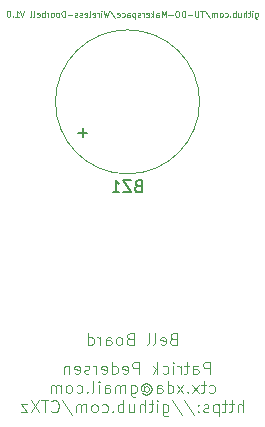
<source format=gbr>
G04 #@! TF.GenerationSoftware,KiCad,Pcbnew,5.1.5+dfsg1-2build2*
G04 #@! TF.CreationDate,2022-01-06T00:43:13+01:00*
G04 #@! TF.ProjectId,Bell,42656c6c-2e6b-4696-9361-645f70636258,V1.0*
G04 #@! TF.SameCoordinates,Original*
G04 #@! TF.FileFunction,Legend,Bot*
G04 #@! TF.FilePolarity,Positive*
%FSLAX46Y46*%
G04 Gerber Fmt 4.6, Leading zero omitted, Abs format (unit mm)*
G04 Created by KiCad (PCBNEW 5.1.5+dfsg1-2build2) date 2022-01-06 00:43:13*
%MOMM*%
%LPD*%
G04 APERTURE LIST*
%ADD10C,0.125000*%
%ADD11C,0.100000*%
%ADD12C,0.120000*%
%ADD13C,0.150000*%
G04 APERTURE END LIST*
D10*
X130838571Y-97528071D02*
X130695714Y-97575690D01*
X130648095Y-97623309D01*
X130600476Y-97718547D01*
X130600476Y-97861404D01*
X130648095Y-97956642D01*
X130695714Y-98004261D01*
X130790952Y-98051880D01*
X131171904Y-98051880D01*
X131171904Y-97051880D01*
X130838571Y-97051880D01*
X130743333Y-97099500D01*
X130695714Y-97147119D01*
X130648095Y-97242357D01*
X130648095Y-97337595D01*
X130695714Y-97432833D01*
X130743333Y-97480452D01*
X130838571Y-97528071D01*
X131171904Y-97528071D01*
X129790952Y-98004261D02*
X129886190Y-98051880D01*
X130076666Y-98051880D01*
X130171904Y-98004261D01*
X130219523Y-97909023D01*
X130219523Y-97528071D01*
X130171904Y-97432833D01*
X130076666Y-97385214D01*
X129886190Y-97385214D01*
X129790952Y-97432833D01*
X129743333Y-97528071D01*
X129743333Y-97623309D01*
X130219523Y-97718547D01*
X129171904Y-98051880D02*
X129267142Y-98004261D01*
X129314761Y-97909023D01*
X129314761Y-97051880D01*
X128648095Y-98051880D02*
X128743333Y-98004261D01*
X128790952Y-97909023D01*
X128790952Y-97051880D01*
X127171904Y-97528071D02*
X127029047Y-97575690D01*
X126981428Y-97623309D01*
X126933809Y-97718547D01*
X126933809Y-97861404D01*
X126981428Y-97956642D01*
X127029047Y-98004261D01*
X127124285Y-98051880D01*
X127505238Y-98051880D01*
X127505238Y-97051880D01*
X127171904Y-97051880D01*
X127076666Y-97099500D01*
X127029047Y-97147119D01*
X126981428Y-97242357D01*
X126981428Y-97337595D01*
X127029047Y-97432833D01*
X127076666Y-97480452D01*
X127171904Y-97528071D01*
X127505238Y-97528071D01*
X126362380Y-98051880D02*
X126457619Y-98004261D01*
X126505238Y-97956642D01*
X126552857Y-97861404D01*
X126552857Y-97575690D01*
X126505238Y-97480452D01*
X126457619Y-97432833D01*
X126362380Y-97385214D01*
X126219523Y-97385214D01*
X126124285Y-97432833D01*
X126076666Y-97480452D01*
X126029047Y-97575690D01*
X126029047Y-97861404D01*
X126076666Y-97956642D01*
X126124285Y-98004261D01*
X126219523Y-98051880D01*
X126362380Y-98051880D01*
X125171904Y-98051880D02*
X125171904Y-97528071D01*
X125219523Y-97432833D01*
X125314761Y-97385214D01*
X125505238Y-97385214D01*
X125600476Y-97432833D01*
X125171904Y-98004261D02*
X125267142Y-98051880D01*
X125505238Y-98051880D01*
X125600476Y-98004261D01*
X125648095Y-97909023D01*
X125648095Y-97813785D01*
X125600476Y-97718547D01*
X125505238Y-97670928D01*
X125267142Y-97670928D01*
X125171904Y-97623309D01*
X124695714Y-98051880D02*
X124695714Y-97385214D01*
X124695714Y-97575690D02*
X124648095Y-97480452D01*
X124600476Y-97432833D01*
X124505238Y-97385214D01*
X124410000Y-97385214D01*
X123648095Y-98051880D02*
X123648095Y-97051880D01*
X123648095Y-98004261D02*
X123743333Y-98051880D01*
X123933809Y-98051880D01*
X124029047Y-98004261D01*
X124076666Y-97956642D01*
X124124285Y-97861404D01*
X124124285Y-97575690D01*
X124076666Y-97480452D01*
X124029047Y-97432833D01*
X123933809Y-97385214D01*
X123743333Y-97385214D01*
X123648095Y-97432833D01*
X133957619Y-100490880D02*
X133957619Y-99490880D01*
X133576666Y-99490880D01*
X133481428Y-99538500D01*
X133433809Y-99586119D01*
X133386190Y-99681357D01*
X133386190Y-99824214D01*
X133433809Y-99919452D01*
X133481428Y-99967071D01*
X133576666Y-100014690D01*
X133957619Y-100014690D01*
X132529047Y-100490880D02*
X132529047Y-99967071D01*
X132576666Y-99871833D01*
X132671904Y-99824214D01*
X132862380Y-99824214D01*
X132957619Y-99871833D01*
X132529047Y-100443261D02*
X132624285Y-100490880D01*
X132862380Y-100490880D01*
X132957619Y-100443261D01*
X133005238Y-100348023D01*
X133005238Y-100252785D01*
X132957619Y-100157547D01*
X132862380Y-100109928D01*
X132624285Y-100109928D01*
X132529047Y-100062309D01*
X132195714Y-99824214D02*
X131814761Y-99824214D01*
X132052857Y-99490880D02*
X132052857Y-100348023D01*
X132005238Y-100443261D01*
X131910000Y-100490880D01*
X131814761Y-100490880D01*
X131481428Y-100490880D02*
X131481428Y-99824214D01*
X131481428Y-100014690D02*
X131433809Y-99919452D01*
X131386190Y-99871833D01*
X131290952Y-99824214D01*
X131195714Y-99824214D01*
X130862380Y-100490880D02*
X130862380Y-99824214D01*
X130862380Y-99490880D02*
X130910000Y-99538500D01*
X130862380Y-99586119D01*
X130814761Y-99538500D01*
X130862380Y-99490880D01*
X130862380Y-99586119D01*
X129957619Y-100443261D02*
X130052857Y-100490880D01*
X130243333Y-100490880D01*
X130338571Y-100443261D01*
X130386190Y-100395642D01*
X130433809Y-100300404D01*
X130433809Y-100014690D01*
X130386190Y-99919452D01*
X130338571Y-99871833D01*
X130243333Y-99824214D01*
X130052857Y-99824214D01*
X129957619Y-99871833D01*
X129529047Y-100490880D02*
X129529047Y-99490880D01*
X129433809Y-100109928D02*
X129148095Y-100490880D01*
X129148095Y-99824214D02*
X129529047Y-100205166D01*
X127957619Y-100490880D02*
X127957619Y-99490880D01*
X127576666Y-99490880D01*
X127481428Y-99538500D01*
X127433809Y-99586119D01*
X127386190Y-99681357D01*
X127386190Y-99824214D01*
X127433809Y-99919452D01*
X127481428Y-99967071D01*
X127576666Y-100014690D01*
X127957619Y-100014690D01*
X126576666Y-100443261D02*
X126671904Y-100490880D01*
X126862380Y-100490880D01*
X126957619Y-100443261D01*
X127005238Y-100348023D01*
X127005238Y-99967071D01*
X126957619Y-99871833D01*
X126862380Y-99824214D01*
X126671904Y-99824214D01*
X126576666Y-99871833D01*
X126529047Y-99967071D01*
X126529047Y-100062309D01*
X127005238Y-100157547D01*
X125671904Y-100490880D02*
X125671904Y-99490880D01*
X125671904Y-100443261D02*
X125767142Y-100490880D01*
X125957619Y-100490880D01*
X126052857Y-100443261D01*
X126100476Y-100395642D01*
X126148095Y-100300404D01*
X126148095Y-100014690D01*
X126100476Y-99919452D01*
X126052857Y-99871833D01*
X125957619Y-99824214D01*
X125767142Y-99824214D01*
X125671904Y-99871833D01*
X124814761Y-100443261D02*
X124910000Y-100490880D01*
X125100476Y-100490880D01*
X125195714Y-100443261D01*
X125243333Y-100348023D01*
X125243333Y-99967071D01*
X125195714Y-99871833D01*
X125100476Y-99824214D01*
X124910000Y-99824214D01*
X124814761Y-99871833D01*
X124767142Y-99967071D01*
X124767142Y-100062309D01*
X125243333Y-100157547D01*
X124338571Y-100490880D02*
X124338571Y-99824214D01*
X124338571Y-100014690D02*
X124290952Y-99919452D01*
X124243333Y-99871833D01*
X124148095Y-99824214D01*
X124052857Y-99824214D01*
X123767142Y-100443261D02*
X123671904Y-100490880D01*
X123481428Y-100490880D01*
X123386190Y-100443261D01*
X123338571Y-100348023D01*
X123338571Y-100300404D01*
X123386190Y-100205166D01*
X123481428Y-100157547D01*
X123624285Y-100157547D01*
X123719523Y-100109928D01*
X123767142Y-100014690D01*
X123767142Y-99967071D01*
X123719523Y-99871833D01*
X123624285Y-99824214D01*
X123481428Y-99824214D01*
X123386190Y-99871833D01*
X122529047Y-100443261D02*
X122624285Y-100490880D01*
X122814761Y-100490880D01*
X122910000Y-100443261D01*
X122957619Y-100348023D01*
X122957619Y-99967071D01*
X122910000Y-99871833D01*
X122814761Y-99824214D01*
X122624285Y-99824214D01*
X122529047Y-99871833D01*
X122481428Y-99967071D01*
X122481428Y-100062309D01*
X122957619Y-100157547D01*
X122052857Y-99824214D02*
X122052857Y-100490880D01*
X122052857Y-99919452D02*
X122005238Y-99871833D01*
X121910000Y-99824214D01*
X121767142Y-99824214D01*
X121671904Y-99871833D01*
X121624285Y-99967071D01*
X121624285Y-100490880D01*
X133910000Y-102068261D02*
X134005238Y-102115880D01*
X134195714Y-102115880D01*
X134290952Y-102068261D01*
X134338571Y-102020642D01*
X134386190Y-101925404D01*
X134386190Y-101639690D01*
X134338571Y-101544452D01*
X134290952Y-101496833D01*
X134195714Y-101449214D01*
X134005238Y-101449214D01*
X133910000Y-101496833D01*
X133624285Y-101449214D02*
X133243333Y-101449214D01*
X133481428Y-101115880D02*
X133481428Y-101973023D01*
X133433809Y-102068261D01*
X133338571Y-102115880D01*
X133243333Y-102115880D01*
X133005238Y-102115880D02*
X132481428Y-101449214D01*
X133005238Y-101449214D02*
X132481428Y-102115880D01*
X132100476Y-102020642D02*
X132052857Y-102068261D01*
X132100476Y-102115880D01*
X132148095Y-102068261D01*
X132100476Y-102020642D01*
X132100476Y-102115880D01*
X131719523Y-102115880D02*
X131195714Y-101449214D01*
X131719523Y-101449214D02*
X131195714Y-102115880D01*
X130386190Y-102115880D02*
X130386190Y-101115880D01*
X130386190Y-102068261D02*
X130481428Y-102115880D01*
X130671904Y-102115880D01*
X130767142Y-102068261D01*
X130814761Y-102020642D01*
X130862380Y-101925404D01*
X130862380Y-101639690D01*
X130814761Y-101544452D01*
X130767142Y-101496833D01*
X130671904Y-101449214D01*
X130481428Y-101449214D01*
X130386190Y-101496833D01*
X129481428Y-102115880D02*
X129481428Y-101592071D01*
X129529047Y-101496833D01*
X129624285Y-101449214D01*
X129814761Y-101449214D01*
X129910000Y-101496833D01*
X129481428Y-102068261D02*
X129576666Y-102115880D01*
X129814761Y-102115880D01*
X129910000Y-102068261D01*
X129957619Y-101973023D01*
X129957619Y-101877785D01*
X129910000Y-101782547D01*
X129814761Y-101734928D01*
X129576666Y-101734928D01*
X129481428Y-101687309D01*
X128386190Y-101639690D02*
X128433809Y-101592071D01*
X128529047Y-101544452D01*
X128624285Y-101544452D01*
X128719523Y-101592071D01*
X128767142Y-101639690D01*
X128814761Y-101734928D01*
X128814761Y-101830166D01*
X128767142Y-101925404D01*
X128719523Y-101973023D01*
X128624285Y-102020642D01*
X128529047Y-102020642D01*
X128433809Y-101973023D01*
X128386190Y-101925404D01*
X128386190Y-101544452D02*
X128386190Y-101925404D01*
X128338571Y-101973023D01*
X128290952Y-101973023D01*
X128195714Y-101925404D01*
X128148095Y-101830166D01*
X128148095Y-101592071D01*
X128243333Y-101449214D01*
X128386190Y-101353976D01*
X128576666Y-101306357D01*
X128767142Y-101353976D01*
X128910000Y-101449214D01*
X129005238Y-101592071D01*
X129052857Y-101782547D01*
X129005238Y-101973023D01*
X128910000Y-102115880D01*
X128767142Y-102211119D01*
X128576666Y-102258738D01*
X128386190Y-102211119D01*
X128243333Y-102115880D01*
X127290952Y-101449214D02*
X127290952Y-102258738D01*
X127338571Y-102353976D01*
X127386190Y-102401595D01*
X127481428Y-102449214D01*
X127624285Y-102449214D01*
X127719523Y-102401595D01*
X127290952Y-102068261D02*
X127386190Y-102115880D01*
X127576666Y-102115880D01*
X127671904Y-102068261D01*
X127719523Y-102020642D01*
X127767142Y-101925404D01*
X127767142Y-101639690D01*
X127719523Y-101544452D01*
X127671904Y-101496833D01*
X127576666Y-101449214D01*
X127386190Y-101449214D01*
X127290952Y-101496833D01*
X126814761Y-102115880D02*
X126814761Y-101449214D01*
X126814761Y-101544452D02*
X126767142Y-101496833D01*
X126671904Y-101449214D01*
X126529047Y-101449214D01*
X126433809Y-101496833D01*
X126386190Y-101592071D01*
X126386190Y-102115880D01*
X126386190Y-101592071D02*
X126338571Y-101496833D01*
X126243333Y-101449214D01*
X126100476Y-101449214D01*
X126005238Y-101496833D01*
X125957619Y-101592071D01*
X125957619Y-102115880D01*
X125052857Y-102115880D02*
X125052857Y-101592071D01*
X125100476Y-101496833D01*
X125195714Y-101449214D01*
X125386190Y-101449214D01*
X125481428Y-101496833D01*
X125052857Y-102068261D02*
X125148095Y-102115880D01*
X125386190Y-102115880D01*
X125481428Y-102068261D01*
X125529047Y-101973023D01*
X125529047Y-101877785D01*
X125481428Y-101782547D01*
X125386190Y-101734928D01*
X125148095Y-101734928D01*
X125052857Y-101687309D01*
X124576666Y-102115880D02*
X124576666Y-101449214D01*
X124576666Y-101115880D02*
X124624285Y-101163500D01*
X124576666Y-101211119D01*
X124529047Y-101163500D01*
X124576666Y-101115880D01*
X124576666Y-101211119D01*
X123957619Y-102115880D02*
X124052857Y-102068261D01*
X124100476Y-101973023D01*
X124100476Y-101115880D01*
X123576666Y-102020642D02*
X123529047Y-102068261D01*
X123576666Y-102115880D01*
X123624285Y-102068261D01*
X123576666Y-102020642D01*
X123576666Y-102115880D01*
X122671904Y-102068261D02*
X122767142Y-102115880D01*
X122957619Y-102115880D01*
X123052857Y-102068261D01*
X123100476Y-102020642D01*
X123148095Y-101925404D01*
X123148095Y-101639690D01*
X123100476Y-101544452D01*
X123052857Y-101496833D01*
X122957619Y-101449214D01*
X122767142Y-101449214D01*
X122671904Y-101496833D01*
X122100476Y-102115880D02*
X122195714Y-102068261D01*
X122243333Y-102020642D01*
X122290952Y-101925404D01*
X122290952Y-101639690D01*
X122243333Y-101544452D01*
X122195714Y-101496833D01*
X122100476Y-101449214D01*
X121957619Y-101449214D01*
X121862380Y-101496833D01*
X121814761Y-101544452D01*
X121767142Y-101639690D01*
X121767142Y-101925404D01*
X121814761Y-102020642D01*
X121862380Y-102068261D01*
X121957619Y-102115880D01*
X122100476Y-102115880D01*
X121338571Y-102115880D02*
X121338571Y-101449214D01*
X121338571Y-101544452D02*
X121290952Y-101496833D01*
X121195714Y-101449214D01*
X121052857Y-101449214D01*
X120957619Y-101496833D01*
X120910000Y-101592071D01*
X120910000Y-102115880D01*
X120910000Y-101592071D02*
X120862380Y-101496833D01*
X120767142Y-101449214D01*
X120624285Y-101449214D01*
X120529047Y-101496833D01*
X120481428Y-101592071D01*
X120481428Y-102115880D01*
X136743333Y-103740880D02*
X136743333Y-102740880D01*
X136314761Y-103740880D02*
X136314761Y-103217071D01*
X136362380Y-103121833D01*
X136457619Y-103074214D01*
X136600476Y-103074214D01*
X136695714Y-103121833D01*
X136743333Y-103169452D01*
X135981428Y-103074214D02*
X135600476Y-103074214D01*
X135838571Y-102740880D02*
X135838571Y-103598023D01*
X135790952Y-103693261D01*
X135695714Y-103740880D01*
X135600476Y-103740880D01*
X135410000Y-103074214D02*
X135029047Y-103074214D01*
X135267142Y-102740880D02*
X135267142Y-103598023D01*
X135219523Y-103693261D01*
X135124285Y-103740880D01*
X135029047Y-103740880D01*
X134695714Y-103074214D02*
X134695714Y-104074214D01*
X134695714Y-103121833D02*
X134600476Y-103074214D01*
X134410000Y-103074214D01*
X134314761Y-103121833D01*
X134267142Y-103169452D01*
X134219523Y-103264690D01*
X134219523Y-103550404D01*
X134267142Y-103645642D01*
X134314761Y-103693261D01*
X134410000Y-103740880D01*
X134600476Y-103740880D01*
X134695714Y-103693261D01*
X133838571Y-103693261D02*
X133743333Y-103740880D01*
X133552857Y-103740880D01*
X133457619Y-103693261D01*
X133410000Y-103598023D01*
X133410000Y-103550404D01*
X133457619Y-103455166D01*
X133552857Y-103407547D01*
X133695714Y-103407547D01*
X133790952Y-103359928D01*
X133838571Y-103264690D01*
X133838571Y-103217071D01*
X133790952Y-103121833D01*
X133695714Y-103074214D01*
X133552857Y-103074214D01*
X133457619Y-103121833D01*
X132981428Y-103645642D02*
X132933809Y-103693261D01*
X132981428Y-103740880D01*
X133029047Y-103693261D01*
X132981428Y-103645642D01*
X132981428Y-103740880D01*
X132981428Y-103121833D02*
X132933809Y-103169452D01*
X132981428Y-103217071D01*
X133029047Y-103169452D01*
X132981428Y-103121833D01*
X132981428Y-103217071D01*
X131790952Y-102693261D02*
X132648095Y-103978976D01*
X130743333Y-102693261D02*
X131600476Y-103978976D01*
X129981428Y-103074214D02*
X129981428Y-103883738D01*
X130029047Y-103978976D01*
X130076666Y-104026595D01*
X130171904Y-104074214D01*
X130314761Y-104074214D01*
X130410000Y-104026595D01*
X129981428Y-103693261D02*
X130076666Y-103740880D01*
X130267142Y-103740880D01*
X130362380Y-103693261D01*
X130410000Y-103645642D01*
X130457619Y-103550404D01*
X130457619Y-103264690D01*
X130410000Y-103169452D01*
X130362380Y-103121833D01*
X130267142Y-103074214D01*
X130076666Y-103074214D01*
X129981428Y-103121833D01*
X129505238Y-103740880D02*
X129505238Y-103074214D01*
X129505238Y-102740880D02*
X129552857Y-102788500D01*
X129505238Y-102836119D01*
X129457619Y-102788500D01*
X129505238Y-102740880D01*
X129505238Y-102836119D01*
X129171904Y-103074214D02*
X128790952Y-103074214D01*
X129029047Y-102740880D02*
X129029047Y-103598023D01*
X128981428Y-103693261D01*
X128886190Y-103740880D01*
X128790952Y-103740880D01*
X128457619Y-103740880D02*
X128457619Y-102740880D01*
X128029047Y-103740880D02*
X128029047Y-103217071D01*
X128076666Y-103121833D01*
X128171904Y-103074214D01*
X128314761Y-103074214D01*
X128410000Y-103121833D01*
X128457619Y-103169452D01*
X127124285Y-103074214D02*
X127124285Y-103740880D01*
X127552857Y-103074214D02*
X127552857Y-103598023D01*
X127505238Y-103693261D01*
X127410000Y-103740880D01*
X127267142Y-103740880D01*
X127171904Y-103693261D01*
X127124285Y-103645642D01*
X126648095Y-103740880D02*
X126648095Y-102740880D01*
X126648095Y-103121833D02*
X126552857Y-103074214D01*
X126362380Y-103074214D01*
X126267142Y-103121833D01*
X126219523Y-103169452D01*
X126171904Y-103264690D01*
X126171904Y-103550404D01*
X126219523Y-103645642D01*
X126267142Y-103693261D01*
X126362380Y-103740880D01*
X126552857Y-103740880D01*
X126648095Y-103693261D01*
X125743333Y-103645642D02*
X125695714Y-103693261D01*
X125743333Y-103740880D01*
X125790952Y-103693261D01*
X125743333Y-103645642D01*
X125743333Y-103740880D01*
X124838571Y-103693261D02*
X124933809Y-103740880D01*
X125124285Y-103740880D01*
X125219523Y-103693261D01*
X125267142Y-103645642D01*
X125314761Y-103550404D01*
X125314761Y-103264690D01*
X125267142Y-103169452D01*
X125219523Y-103121833D01*
X125124285Y-103074214D01*
X124933809Y-103074214D01*
X124838571Y-103121833D01*
X124267142Y-103740880D02*
X124362380Y-103693261D01*
X124410000Y-103645642D01*
X124457619Y-103550404D01*
X124457619Y-103264690D01*
X124410000Y-103169452D01*
X124362380Y-103121833D01*
X124267142Y-103074214D01*
X124124285Y-103074214D01*
X124029047Y-103121833D01*
X123981428Y-103169452D01*
X123933809Y-103264690D01*
X123933809Y-103550404D01*
X123981428Y-103645642D01*
X124029047Y-103693261D01*
X124124285Y-103740880D01*
X124267142Y-103740880D01*
X123505238Y-103740880D02*
X123505238Y-103074214D01*
X123505238Y-103169452D02*
X123457619Y-103121833D01*
X123362380Y-103074214D01*
X123219523Y-103074214D01*
X123124285Y-103121833D01*
X123076666Y-103217071D01*
X123076666Y-103740880D01*
X123076666Y-103217071D02*
X123029047Y-103121833D01*
X122933809Y-103074214D01*
X122790952Y-103074214D01*
X122695714Y-103121833D01*
X122648095Y-103217071D01*
X122648095Y-103740880D01*
X121457619Y-102693261D02*
X122314761Y-103978976D01*
X120552857Y-103645642D02*
X120600476Y-103693261D01*
X120743333Y-103740880D01*
X120838571Y-103740880D01*
X120981428Y-103693261D01*
X121076666Y-103598023D01*
X121124285Y-103502785D01*
X121171904Y-103312309D01*
X121171904Y-103169452D01*
X121124285Y-102978976D01*
X121076666Y-102883738D01*
X120981428Y-102788500D01*
X120838571Y-102740880D01*
X120743333Y-102740880D01*
X120600476Y-102788500D01*
X120552857Y-102836119D01*
X120267142Y-102740880D02*
X119695714Y-102740880D01*
X119981428Y-103740880D02*
X119981428Y-102740880D01*
X119457619Y-102740880D02*
X118790952Y-103740880D01*
X118790952Y-102740880D02*
X119457619Y-103740880D01*
X118505238Y-103074214D02*
X117981428Y-103074214D01*
X118505238Y-103740880D01*
X117981428Y-103740880D01*
D11*
X137802857Y-69933357D02*
X137802857Y-70338119D01*
X137826666Y-70385738D01*
X137850476Y-70409547D01*
X137898095Y-70433357D01*
X137969523Y-70433357D01*
X138017142Y-70409547D01*
X137802857Y-70242880D02*
X137850476Y-70266690D01*
X137945714Y-70266690D01*
X137993333Y-70242880D01*
X138017142Y-70219071D01*
X138040952Y-70171452D01*
X138040952Y-70028595D01*
X138017142Y-69980976D01*
X137993333Y-69957166D01*
X137945714Y-69933357D01*
X137850476Y-69933357D01*
X137802857Y-69957166D01*
X137564761Y-70266690D02*
X137564761Y-69933357D01*
X137564761Y-69766690D02*
X137588571Y-69790500D01*
X137564761Y-69814309D01*
X137540952Y-69790500D01*
X137564761Y-69766690D01*
X137564761Y-69814309D01*
X137398095Y-69933357D02*
X137207619Y-69933357D01*
X137326666Y-69766690D02*
X137326666Y-70195261D01*
X137302857Y-70242880D01*
X137255238Y-70266690D01*
X137207619Y-70266690D01*
X137040952Y-70266690D02*
X137040952Y-69766690D01*
X136826666Y-70266690D02*
X136826666Y-70004785D01*
X136850476Y-69957166D01*
X136898095Y-69933357D01*
X136969523Y-69933357D01*
X137017142Y-69957166D01*
X137040952Y-69980976D01*
X136374285Y-69933357D02*
X136374285Y-70266690D01*
X136588571Y-69933357D02*
X136588571Y-70195261D01*
X136564761Y-70242880D01*
X136517142Y-70266690D01*
X136445714Y-70266690D01*
X136398095Y-70242880D01*
X136374285Y-70219071D01*
X136136190Y-70266690D02*
X136136190Y-69766690D01*
X136136190Y-69957166D02*
X136088571Y-69933357D01*
X135993333Y-69933357D01*
X135945714Y-69957166D01*
X135921904Y-69980976D01*
X135898095Y-70028595D01*
X135898095Y-70171452D01*
X135921904Y-70219071D01*
X135945714Y-70242880D01*
X135993333Y-70266690D01*
X136088571Y-70266690D01*
X136136190Y-70242880D01*
X135683809Y-70219071D02*
X135660000Y-70242880D01*
X135683809Y-70266690D01*
X135707619Y-70242880D01*
X135683809Y-70219071D01*
X135683809Y-70266690D01*
X135231428Y-70242880D02*
X135279047Y-70266690D01*
X135374285Y-70266690D01*
X135421904Y-70242880D01*
X135445714Y-70219071D01*
X135469523Y-70171452D01*
X135469523Y-70028595D01*
X135445714Y-69980976D01*
X135421904Y-69957166D01*
X135374285Y-69933357D01*
X135279047Y-69933357D01*
X135231428Y-69957166D01*
X134945714Y-70266690D02*
X134993333Y-70242880D01*
X135017142Y-70219071D01*
X135040952Y-70171452D01*
X135040952Y-70028595D01*
X135017142Y-69980976D01*
X134993333Y-69957166D01*
X134945714Y-69933357D01*
X134874285Y-69933357D01*
X134826666Y-69957166D01*
X134802857Y-69980976D01*
X134779047Y-70028595D01*
X134779047Y-70171452D01*
X134802857Y-70219071D01*
X134826666Y-70242880D01*
X134874285Y-70266690D01*
X134945714Y-70266690D01*
X134564761Y-70266690D02*
X134564761Y-69933357D01*
X134564761Y-69980976D02*
X134540952Y-69957166D01*
X134493333Y-69933357D01*
X134421904Y-69933357D01*
X134374285Y-69957166D01*
X134350476Y-70004785D01*
X134350476Y-70266690D01*
X134350476Y-70004785D02*
X134326666Y-69957166D01*
X134279047Y-69933357D01*
X134207619Y-69933357D01*
X134160000Y-69957166D01*
X134136190Y-70004785D01*
X134136190Y-70266690D01*
X133540952Y-69742880D02*
X133969523Y-70385738D01*
X133445714Y-69766690D02*
X133160000Y-69766690D01*
X133302857Y-70266690D02*
X133302857Y-69766690D01*
X132993333Y-69766690D02*
X132993333Y-70171452D01*
X132969523Y-70219071D01*
X132945714Y-70242880D01*
X132898095Y-70266690D01*
X132802857Y-70266690D01*
X132755238Y-70242880D01*
X132731428Y-70219071D01*
X132707619Y-70171452D01*
X132707619Y-69766690D01*
X132469523Y-70076214D02*
X132088571Y-70076214D01*
X131850476Y-70266690D02*
X131850476Y-69766690D01*
X131731428Y-69766690D01*
X131660000Y-69790500D01*
X131612380Y-69838119D01*
X131588571Y-69885738D01*
X131564761Y-69980976D01*
X131564761Y-70052404D01*
X131588571Y-70147642D01*
X131612380Y-70195261D01*
X131660000Y-70242880D01*
X131731428Y-70266690D01*
X131850476Y-70266690D01*
X131255238Y-69766690D02*
X131160000Y-69766690D01*
X131112380Y-69790500D01*
X131064761Y-69838119D01*
X131040952Y-69933357D01*
X131040952Y-70100023D01*
X131064761Y-70195261D01*
X131112380Y-70242880D01*
X131160000Y-70266690D01*
X131255238Y-70266690D01*
X131302857Y-70242880D01*
X131350476Y-70195261D01*
X131374285Y-70100023D01*
X131374285Y-69933357D01*
X131350476Y-69838119D01*
X131302857Y-69790500D01*
X131255238Y-69766690D01*
X130826666Y-70076214D02*
X130445714Y-70076214D01*
X130207619Y-70266690D02*
X130207619Y-69766690D01*
X130040952Y-70123833D01*
X129874285Y-69766690D01*
X129874285Y-70266690D01*
X129421904Y-70266690D02*
X129421904Y-70004785D01*
X129445714Y-69957166D01*
X129493333Y-69933357D01*
X129588571Y-69933357D01*
X129636190Y-69957166D01*
X129421904Y-70242880D02*
X129469523Y-70266690D01*
X129588571Y-70266690D01*
X129636190Y-70242880D01*
X129660000Y-70195261D01*
X129660000Y-70147642D01*
X129636190Y-70100023D01*
X129588571Y-70076214D01*
X129469523Y-70076214D01*
X129421904Y-70052404D01*
X129183809Y-70266690D02*
X129183809Y-69766690D01*
X129136190Y-70076214D02*
X128993333Y-70266690D01*
X128993333Y-69933357D02*
X129183809Y-70123833D01*
X128588571Y-70242880D02*
X128636190Y-70266690D01*
X128731428Y-70266690D01*
X128779047Y-70242880D01*
X128802857Y-70195261D01*
X128802857Y-70004785D01*
X128779047Y-69957166D01*
X128731428Y-69933357D01*
X128636190Y-69933357D01*
X128588571Y-69957166D01*
X128564761Y-70004785D01*
X128564761Y-70052404D01*
X128802857Y-70100023D01*
X128350476Y-70266690D02*
X128350476Y-69933357D01*
X128350476Y-70028595D02*
X128326666Y-69980976D01*
X128302857Y-69957166D01*
X128255238Y-69933357D01*
X128207619Y-69933357D01*
X128064761Y-70242880D02*
X128017142Y-70266690D01*
X127921904Y-70266690D01*
X127874285Y-70242880D01*
X127850476Y-70195261D01*
X127850476Y-70171452D01*
X127874285Y-70123833D01*
X127921904Y-70100023D01*
X127993333Y-70100023D01*
X128040952Y-70076214D01*
X128064761Y-70028595D01*
X128064761Y-70004785D01*
X128040952Y-69957166D01*
X127993333Y-69933357D01*
X127921904Y-69933357D01*
X127874285Y-69957166D01*
X127636190Y-69933357D02*
X127636190Y-70433357D01*
X127636190Y-69957166D02*
X127588571Y-69933357D01*
X127493333Y-69933357D01*
X127445714Y-69957166D01*
X127421904Y-69980976D01*
X127398095Y-70028595D01*
X127398095Y-70171452D01*
X127421904Y-70219071D01*
X127445714Y-70242880D01*
X127493333Y-70266690D01*
X127588571Y-70266690D01*
X127636190Y-70242880D01*
X126969523Y-70266690D02*
X126969523Y-70004785D01*
X126993333Y-69957166D01*
X127040952Y-69933357D01*
X127136190Y-69933357D01*
X127183809Y-69957166D01*
X126969523Y-70242880D02*
X127017142Y-70266690D01*
X127136190Y-70266690D01*
X127183809Y-70242880D01*
X127207619Y-70195261D01*
X127207619Y-70147642D01*
X127183809Y-70100023D01*
X127136190Y-70076214D01*
X127017142Y-70076214D01*
X126969523Y-70052404D01*
X126517142Y-70242880D02*
X126564761Y-70266690D01*
X126660000Y-70266690D01*
X126707619Y-70242880D01*
X126731428Y-70219071D01*
X126755238Y-70171452D01*
X126755238Y-70028595D01*
X126731428Y-69980976D01*
X126707619Y-69957166D01*
X126660000Y-69933357D01*
X126564761Y-69933357D01*
X126517142Y-69957166D01*
X126112380Y-70242880D02*
X126160000Y-70266690D01*
X126255238Y-70266690D01*
X126302857Y-70242880D01*
X126326666Y-70195261D01*
X126326666Y-70004785D01*
X126302857Y-69957166D01*
X126255238Y-69933357D01*
X126160000Y-69933357D01*
X126112380Y-69957166D01*
X126088571Y-70004785D01*
X126088571Y-70052404D01*
X126326666Y-70100023D01*
X125517142Y-69742880D02*
X125945714Y-70385738D01*
X125398095Y-69766690D02*
X125279047Y-70266690D01*
X125183809Y-69909547D01*
X125088571Y-70266690D01*
X124969523Y-69766690D01*
X124779047Y-70266690D02*
X124779047Y-69933357D01*
X124779047Y-69766690D02*
X124802857Y-69790500D01*
X124779047Y-69814309D01*
X124755238Y-69790500D01*
X124779047Y-69766690D01*
X124779047Y-69814309D01*
X124540952Y-70266690D02*
X124540952Y-69933357D01*
X124540952Y-70028595D02*
X124517142Y-69980976D01*
X124493333Y-69957166D01*
X124445714Y-69933357D01*
X124398095Y-69933357D01*
X124040952Y-70242880D02*
X124088571Y-70266690D01*
X124183809Y-70266690D01*
X124231428Y-70242880D01*
X124255238Y-70195261D01*
X124255238Y-70004785D01*
X124231428Y-69957166D01*
X124183809Y-69933357D01*
X124088571Y-69933357D01*
X124040952Y-69957166D01*
X124017142Y-70004785D01*
X124017142Y-70052404D01*
X124255238Y-70100023D01*
X123731428Y-70266690D02*
X123779047Y-70242880D01*
X123802857Y-70195261D01*
X123802857Y-69766690D01*
X123350476Y-70242880D02*
X123398095Y-70266690D01*
X123493333Y-70266690D01*
X123540952Y-70242880D01*
X123564761Y-70195261D01*
X123564761Y-70004785D01*
X123540952Y-69957166D01*
X123493333Y-69933357D01*
X123398095Y-69933357D01*
X123350476Y-69957166D01*
X123326666Y-70004785D01*
X123326666Y-70052404D01*
X123564761Y-70100023D01*
X123136190Y-70242880D02*
X123088571Y-70266690D01*
X122993333Y-70266690D01*
X122945714Y-70242880D01*
X122921904Y-70195261D01*
X122921904Y-70171452D01*
X122945714Y-70123833D01*
X122993333Y-70100023D01*
X123064761Y-70100023D01*
X123112380Y-70076214D01*
X123136190Y-70028595D01*
X123136190Y-70004785D01*
X123112380Y-69957166D01*
X123064761Y-69933357D01*
X122993333Y-69933357D01*
X122945714Y-69957166D01*
X122731428Y-70242880D02*
X122683809Y-70266690D01*
X122588571Y-70266690D01*
X122540952Y-70242880D01*
X122517142Y-70195261D01*
X122517142Y-70171452D01*
X122540952Y-70123833D01*
X122588571Y-70100023D01*
X122660000Y-70100023D01*
X122707619Y-70076214D01*
X122731428Y-70028595D01*
X122731428Y-70004785D01*
X122707619Y-69957166D01*
X122660000Y-69933357D01*
X122588571Y-69933357D01*
X122540952Y-69957166D01*
X122302857Y-70076214D02*
X121921904Y-70076214D01*
X121683809Y-70266690D02*
X121683809Y-69766690D01*
X121564761Y-69766690D01*
X121493333Y-69790500D01*
X121445714Y-69838119D01*
X121421904Y-69885738D01*
X121398095Y-69980976D01*
X121398095Y-70052404D01*
X121421904Y-70147642D01*
X121445714Y-70195261D01*
X121493333Y-70242880D01*
X121564761Y-70266690D01*
X121683809Y-70266690D01*
X121112380Y-70266690D02*
X121160000Y-70242880D01*
X121183809Y-70219071D01*
X121207619Y-70171452D01*
X121207619Y-70028595D01*
X121183809Y-69980976D01*
X121160000Y-69957166D01*
X121112380Y-69933357D01*
X121040952Y-69933357D01*
X120993333Y-69957166D01*
X120969523Y-69980976D01*
X120945714Y-70028595D01*
X120945714Y-70171452D01*
X120969523Y-70219071D01*
X120993333Y-70242880D01*
X121040952Y-70266690D01*
X121112380Y-70266690D01*
X120660000Y-70266690D02*
X120707619Y-70242880D01*
X120731428Y-70219071D01*
X120755238Y-70171452D01*
X120755238Y-70028595D01*
X120731428Y-69980976D01*
X120707619Y-69957166D01*
X120660000Y-69933357D01*
X120588571Y-69933357D01*
X120540952Y-69957166D01*
X120517142Y-69980976D01*
X120493333Y-70028595D01*
X120493333Y-70171452D01*
X120517142Y-70219071D01*
X120540952Y-70242880D01*
X120588571Y-70266690D01*
X120660000Y-70266690D01*
X120279047Y-70266690D02*
X120279047Y-69933357D01*
X120279047Y-70028595D02*
X120255238Y-69980976D01*
X120231428Y-69957166D01*
X120183809Y-69933357D01*
X120136190Y-69933357D01*
X119969523Y-70266690D02*
X119969523Y-69766690D01*
X119969523Y-69957166D02*
X119921904Y-69933357D01*
X119826666Y-69933357D01*
X119779047Y-69957166D01*
X119755238Y-69980976D01*
X119731428Y-70028595D01*
X119731428Y-70171452D01*
X119755238Y-70219071D01*
X119779047Y-70242880D01*
X119826666Y-70266690D01*
X119921904Y-70266690D01*
X119969523Y-70242880D01*
X119326666Y-70242880D02*
X119374285Y-70266690D01*
X119469523Y-70266690D01*
X119517142Y-70242880D01*
X119540952Y-70195261D01*
X119540952Y-70004785D01*
X119517142Y-69957166D01*
X119469523Y-69933357D01*
X119374285Y-69933357D01*
X119326666Y-69957166D01*
X119302857Y-70004785D01*
X119302857Y-70052404D01*
X119540952Y-70100023D01*
X119017142Y-70266690D02*
X119064761Y-70242880D01*
X119088571Y-70195261D01*
X119088571Y-69766690D01*
X118755238Y-70266690D02*
X118802857Y-70242880D01*
X118826666Y-70195261D01*
X118826666Y-69766690D01*
X118255238Y-69766690D02*
X118088571Y-70266690D01*
X117921904Y-69766690D01*
X117493333Y-70266690D02*
X117779047Y-70266690D01*
X117636190Y-70266690D02*
X117636190Y-69766690D01*
X117683809Y-69838119D01*
X117731428Y-69885738D01*
X117779047Y-69909547D01*
X117279047Y-70219071D02*
X117255238Y-70242880D01*
X117279047Y-70266690D01*
X117302857Y-70242880D01*
X117279047Y-70219071D01*
X117279047Y-70266690D01*
X116945714Y-69766690D02*
X116898095Y-69766690D01*
X116850476Y-69790500D01*
X116826666Y-69814309D01*
X116802857Y-69861928D01*
X116779047Y-69957166D01*
X116779047Y-70076214D01*
X116802857Y-70171452D01*
X116826666Y-70219071D01*
X116850476Y-70242880D01*
X116898095Y-70266690D01*
X116945714Y-70266690D01*
X116993333Y-70242880D01*
X117017142Y-70219071D01*
X117040952Y-70171452D01*
X117064761Y-70076214D01*
X117064761Y-69957166D01*
X117040952Y-69861928D01*
X117017142Y-69814309D01*
X116993333Y-69790500D01*
X116945714Y-69766690D01*
D12*
X133090000Y-77470000D02*
G75*
G03X133090000Y-77470000I-6100000J0D01*
G01*
D13*
X127870952Y-84598571D02*
X127728095Y-84646190D01*
X127680476Y-84693809D01*
X127632857Y-84789047D01*
X127632857Y-84931904D01*
X127680476Y-85027142D01*
X127728095Y-85074761D01*
X127823333Y-85122380D01*
X128204285Y-85122380D01*
X128204285Y-84122380D01*
X127870952Y-84122380D01*
X127775714Y-84170000D01*
X127728095Y-84217619D01*
X127680476Y-84312857D01*
X127680476Y-84408095D01*
X127728095Y-84503333D01*
X127775714Y-84550952D01*
X127870952Y-84598571D01*
X128204285Y-84598571D01*
X127299523Y-84122380D02*
X126632857Y-84122380D01*
X127299523Y-85122380D01*
X126632857Y-85122380D01*
X125728095Y-85122380D02*
X126299523Y-85122380D01*
X126013809Y-85122380D02*
X126013809Y-84122380D01*
X126109047Y-84265238D01*
X126204285Y-84360476D01*
X126299523Y-84408095D01*
X123560952Y-80081428D02*
X122799047Y-80081428D01*
X123180000Y-80462380D02*
X123180000Y-79700476D01*
M02*

</source>
